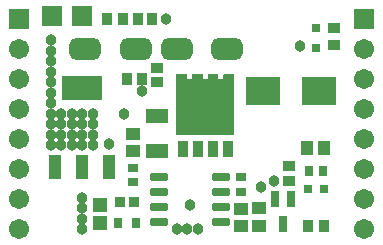
<source format=gts>
%FSTAX23Y23*%
%MOIN*%
%SFA1B1*%

%IPPOS*%
%AMD43*
4,1,8,-0.028600,0.008900,-0.028600,-0.008900,-0.022700,-0.014800,0.022700,-0.014800,0.028600,-0.008900,0.028600,0.008900,0.022700,0.014800,-0.022700,0.014800,-0.028600,0.008900,0.0*
1,1,0.011900,-0.022700,0.008900*
1,1,0.011900,-0.022700,-0.008900*
1,1,0.011900,0.022700,-0.008900*
1,1,0.011900,0.022700,0.008900*
%
%AMD59*
4,1,8,-0.032000,-0.035700,0.032000,-0.035700,0.051800,-0.015800,0.051800,0.015800,0.032000,0.035700,-0.032000,0.035700,-0.051800,0.015800,-0.051800,-0.015800,-0.032000,-0.035700,0.0*
1,1,0.039700,-0.032000,-0.015800*
1,1,0.039700,0.032000,-0.015800*
1,1,0.039700,0.032000,0.015800*
1,1,0.039700,-0.032000,0.015800*
%
%ADD16R,0.031500X0.031500*%
%ADD35R,0.035430X0.029530*%
%ADD36R,0.031750X0.034180*%
%ADD37R,0.031500X0.035430*%
%ADD38R,0.031970X0.029850*%
%ADD39R,0.029850X0.031970*%
%ADD40R,0.027560X0.025590*%
%ADD41R,0.114300X0.094610*%
%ADD42R,0.043430X0.035560*%
G04~CAMADD=43~8~0.0~0.0~296.5~572.1~59.5~0.0~15~0.0~0.0~0.0~0.0~0~0.0~0.0~0.0~0.0~0~0.0~0.0~0.0~90.0~572.0~296.0*
%ADD43D43*%
%ADD44R,0.043430X0.082800*%
%ADD45R,0.133980X0.082800*%
%ADD46R,0.068000X0.068000*%
%ADD47R,0.068000X0.068000*%
%ADD48R,0.041470X0.037530*%
%ADD49R,0.047370X0.039500*%
%ADD50R,0.037530X0.041470*%
%ADD51R,0.049340X0.043430*%
%ADD52R,0.074140X0.047370*%
%ADD53R,0.035560X0.041470*%
%ADD54R,0.045400X0.045400*%
%ADD55R,0.041470X0.035560*%
%ADD56R,0.043430X0.049340*%
%ADD57R,0.027690X0.057210*%
%ADD58R,0.033590X0.055240*%
G04~CAMADD=59~8~0.0~0.0~1036.7~713.9~198.5~0.0~15~0.0~0.0~0.0~0.0~0~0.0~0.0~0.0~0.0~0~0.0~0.0~0.0~180.0~1036.0~713.0*
%ADD59D59*%
%ADD60R,0.067060X0.067060*%
%ADD61C,0.067060*%
%ADD62C,0.038000*%
%LNboost-shield-v2-1*%
%LPD*%
G36*
X00764Y00568D02*
X00764Y00568D01*
X00765Y00568*
X00765Y00568*
X00765Y00568*
X00766Y00567*
X00766Y00567*
X00766Y00566*
X00767Y00566*
X00767Y00565*
X00767Y00565*
X00767Y00564*
Y00545*
Y00367*
X00767Y00367*
X00767Y00366*
X00767Y00366*
X00766Y00365*
X00766Y00365*
X00766Y00365*
X00765Y00364*
X00765Y00364*
X00765Y00364*
X00764Y00364*
X00764Y00364*
X00763Y00363*
X00578*
X00577Y00364*
X00577Y00364*
X00576Y00364*
X00576Y00364*
X00576Y00364*
X00575Y00365*
X00575Y00365*
X00575Y00365*
X00574Y00366*
X00574Y00366*
X00574Y00367*
X00574Y00367*
Y00545*
Y00564*
X00574Y00565*
X00574Y00565*
X00574Y00566*
X00575Y00566*
X00575Y00567*
X00575Y00567*
X00576Y00568*
X00576Y00568*
X00576Y00568*
X00577Y00568*
X00577Y00568*
X00578Y00568*
X00606*
X00606Y00568*
X00607Y00568*
X00607Y00568*
X00608Y00568*
X00608Y00568*
X00608Y00567*
X00609Y00567*
X00609Y00566*
X00609Y00566*
X00609Y00565*
X0061Y00565*
X0061Y00564*
Y00549*
X00627*
Y00564*
X00627Y00565*
X00627Y00565*
X00627Y00566*
X00627Y00566*
X00627Y00567*
X00628Y00567*
X00628Y00568*
X00629Y00568*
X00629Y00568*
X0063Y00568*
X0063Y00568*
X00631Y00568*
X00658*
X00659Y00568*
X00659Y00568*
X0066Y00568*
X0066Y00568*
X00661Y00568*
X00661Y00567*
X00661Y00567*
X00662Y00566*
X00662Y00566*
X00662Y00565*
X00662Y00565*
X00662Y00564*
Y00549*
X00679*
Y00564*
X00679Y00565*
X00679Y00565*
X00679Y00566*
X00679Y00566*
X0068Y00567*
X0068Y00567*
X0068Y00568*
X00681Y00568*
X00681Y00568*
X00682Y00568*
X00682Y00568*
X00683Y00568*
X0071*
X00711Y00568*
X00712Y00568*
X00712Y00568*
X00712Y00568*
X00713Y00568*
X00713Y00567*
X00714Y00567*
X00714Y00566*
X00714Y00566*
X00714Y00565*
X00714Y00565*
X00714Y00564*
Y00549*
X00731*
Y00564*
X00731Y00565*
X00732Y00565*
X00732Y00566*
X00732Y00566*
X00732Y00567*
X00733Y00567*
X00733Y00568*
X00733Y00568*
X00734Y00568*
X00734Y00568*
X00735Y00568*
X00735Y00568*
X00763*
X00764Y00568*
G37*
G54D16*
X0104Y00655D03*
Y0072D03*
G54D35*
X0043Y00206D03*
Y00253D03*
G54D36*
X00385Y0014D03*
X00434D03*
G54D37*
X0038Y0007D03*
X00439D03*
G54D38*
X0079Y00224D03*
Y00175D03*
G54D39*
X01064Y00245D03*
X01015D03*
G54D40*
X01065Y00185D03*
X01014D03*
G54D41*
X0105Y0051D03*
X00864D03*
G54D42*
X011Y0072D03*
Y00664D03*
G54D43*
X00723Y00075D03*
Y00125D03*
Y00175D03*
Y00225D03*
X00516Y00075D03*
Y00125D03*
Y00175D03*
Y00225D03*
G54D44*
X00169Y00256D03*
X0026D03*
X0035D03*
G54D45*
X0026Y0052D03*
G54D46*
X0026Y0076D03*
G54D47*
X0016Y0076D03*
G54D48*
X0095Y00261D03*
Y0021D03*
G54D49*
X0085Y00119D03*
Y0006D03*
G54D50*
X01014Y0006D03*
X01065D03*
X00395Y0075D03*
X00344D03*
G54D51*
X0079Y00061D03*
Y00118D03*
X0043Y00312D03*
Y00367D03*
G54D52*
X0051Y00312D03*
Y00427D03*
G54D53*
X0041Y0055D03*
X0046D03*
X00492Y0075D03*
X00447D03*
G54D54*
X0032Y0007D03*
Y00129D03*
G54D55*
X0051Y00542D03*
Y00587D03*
G54D56*
X0101Y0032D03*
X01067D03*
G54D57*
X0093Y00067D03*
X00904Y00152D03*
X00955D03*
G54D58*
X00592Y0054D03*
X00645D03*
X00697D03*
X0075D03*
X00746Y00318D03*
X00696D03*
X00646D03*
X00596D03*
G54D59*
X0044Y0065D03*
X00271D03*
X00744D03*
X00575D03*
G54D60*
X012Y0075D03*
X0005D03*
G54D61*
X012Y0065D03*
Y0055D03*
Y0045D03*
Y0035D03*
Y0025D03*
Y0015D03*
Y0005D03*
X0005D03*
Y0015D03*
Y0025D03*
Y0035D03*
Y0045D03*
Y0055D03*
Y0065D03*
G54D62*
X00985Y0066D03*
X0035Y00335D03*
X009Y0021D03*
X004Y00435D03*
X00575Y0005D03*
X00645D03*
X00225Y00435D03*
X00855Y0019D03*
X00225Y00365D03*
X00155Y00645D03*
Y00575D03*
Y0068D03*
X00295Y0033D03*
Y004D03*
X0019Y00435D03*
X0026Y00155D03*
X0019Y004D03*
X00155Y0033D03*
Y004D03*
X0026D03*
Y00085D03*
X00155Y00365D03*
X0019D03*
X0026Y00435D03*
X00155Y00505D03*
X00225Y004D03*
X00155Y0047D03*
Y0061D03*
X00225Y0033D03*
X00295Y00435D03*
X00155D03*
X0061Y0005D03*
X0026D03*
Y0012D03*
Y0033D03*
Y00365D03*
X00295D03*
X0019Y0033D03*
X0054Y0075D03*
X00155Y0054D03*
X0046Y00511D03*
X0062Y0013D03*
M02*
</source>
